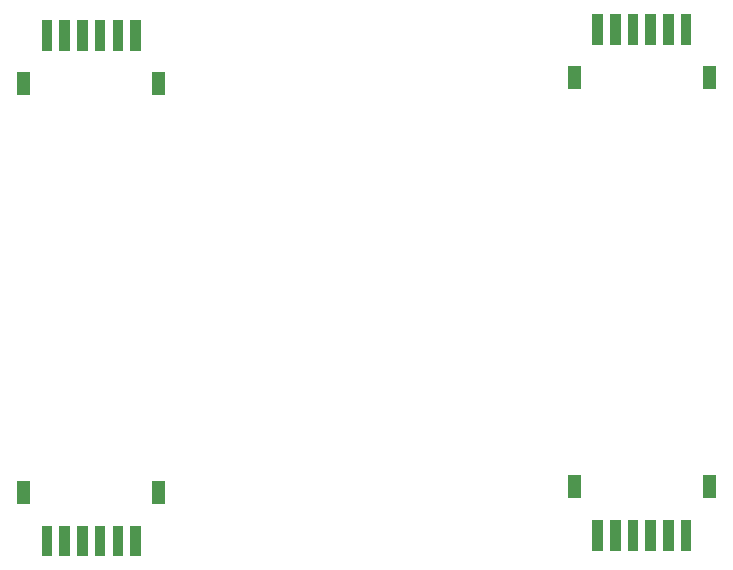
<source format=gbp>
G04 Layer: BottomPasteMaskLayer*
G04 EasyEDA Pro v1.6.32, 2023-12-29 17:47:12*
G04 Gerber Generator version 0.3*
G04 Scale: 100 percent, Rotated: No, Reflected: No*
G04 Dimensions in millimeters*
G04 Leading zeros omitted, absolute positions, 4 integers and 2 decimals*
%FSLAX42Y42*%
%MOMM*%
%ADD10C,0.254*%
G75*


G04 Pad Start*
G36*
G01X-1866Y2780D02*
G01X-1866Y3040D01*
G01X-1956D01*
G01Y2780D01*
G01X-1866D01*
G37*
G36*
G01X-2016Y2780D02*
G01X-2016Y3040D01*
G01X-2106D01*
G01Y2780D01*
G01X-2016D01*
G37*
G36*
G01X-2166Y2780D02*
G01X-2166Y3040D01*
G01X-2256D01*
G01Y2780D01*
G01X-2166D01*
G37*
G36*
G01X-2316Y2780D02*
G01X-2316Y3040D01*
G01X-2406D01*
G01Y2780D01*
G01X-2316D01*
G37*
G36*
G01X-1661Y2403D02*
G01X-1661Y2598D01*
G01X-1771D01*
G01Y2403D01*
G01X-1661D01*
G37*
G36*
G01X-2801Y2403D02*
G01X-2801Y2598D01*
G01X-2911D01*
G01Y2403D01*
G01X-2801D01*
G37*
G36*
G01X-2466Y2780D02*
G01X-2466Y3040D01*
G01X-2556D01*
G01Y2780D01*
G01X-2466D01*
G37*
G36*
G01X-2616Y2780D02*
G01X-2616Y3040D01*
G01X-2706D01*
G01Y2780D01*
G01X-2616D01*
G37*
G36*
G01X2795Y2831D02*
G01X2795Y3091D01*
G01X2705D01*
G01Y2831D01*
G01X2795D01*
G37*
G36*
G01X2645Y2831D02*
G01X2645Y3091D01*
G01X2555D01*
G01Y2831D01*
G01X2645D01*
G37*
G36*
G01X2495Y2831D02*
G01X2495Y3091D01*
G01X2405D01*
G01Y2831D01*
G01X2495D01*
G37*
G36*
G01X2345Y2831D02*
G01X2345Y3091D01*
G01X2255D01*
G01Y2831D01*
G01X2345D01*
G37*
G36*
G01X3000Y2453D02*
G01X3000Y2648D01*
G01X2890D01*
G01Y2453D01*
G01X3000D01*
G37*
G36*
G01X1860Y2453D02*
G01X1860Y2648D01*
G01X1750D01*
G01Y2453D01*
G01X1860D01*
G37*
G36*
G01X2195Y2831D02*
G01X2195Y3091D01*
G01X2105D01*
G01Y2831D01*
G01X2195D01*
G37*
G36*
G01X2045Y2831D02*
G01X2045Y3091D01*
G01X1955D01*
G01Y2831D01*
G01X2045D01*
G37*
G36*
G01X1955Y-1193D02*
G01X1955Y-1453D01*
G01X2045D01*
G01Y-1193D01*
G01X1955D01*
G37*
G36*
G01X2105Y-1193D02*
G01X2105Y-1453D01*
G01X2195D01*
G01Y-1193D01*
G01X2105D01*
G37*
G36*
G01X2255Y-1193D02*
G01X2255Y-1453D01*
G01X2345D01*
G01Y-1193D01*
G01X2255D01*
G37*
G36*
G01X2405Y-1193D02*
G01X2405Y-1453D01*
G01X2495D01*
G01Y-1193D01*
G01X2405D01*
G37*
G36*
G01X1750Y-815D02*
G01X1750Y-1010D01*
G01X1860D01*
G01Y-815D01*
G01X1750D01*
G37*
G36*
G01X2890Y-815D02*
G01X2890Y-1010D01*
G01X3000D01*
G01Y-815D01*
G01X2890D01*
G37*
G36*
G01X2555Y-1193D02*
G01X2555Y-1453D01*
G01X2645D01*
G01Y-1193D01*
G01X2555D01*
G37*
G36*
G01X2705Y-1193D02*
G01X2705Y-1453D01*
G01X2795D01*
G01Y-1193D01*
G01X2705D01*
G37*
G36*
G01X-2706Y-1243D02*
G01X-2706Y-1503D01*
G01X-2616D01*
G01Y-1243D01*
G01X-2706D01*
G37*
G36*
G01X-2556Y-1243D02*
G01X-2556Y-1503D01*
G01X-2466D01*
G01Y-1243D01*
G01X-2556D01*
G37*
G36*
G01X-2406Y-1243D02*
G01X-2406Y-1503D01*
G01X-2316D01*
G01Y-1243D01*
G01X-2406D01*
G37*
G36*
G01X-2256Y-1243D02*
G01X-2256Y-1503D01*
G01X-2166D01*
G01Y-1243D01*
G01X-2256D01*
G37*
G36*
G01X-2911Y-866D02*
G01X-2911Y-1061D01*
G01X-2801D01*
G01Y-866D01*
G01X-2911D01*
G37*
G36*
G01X-1771Y-866D02*
G01X-1771Y-1061D01*
G01X-1661D01*
G01Y-866D01*
G01X-1771D01*
G37*
G36*
G01X-2106Y-1243D02*
G01X-2106Y-1503D01*
G01X-2016D01*
G01Y-1243D01*
G01X-2106D01*
G37*
G36*
G01X-1956Y-1243D02*
G01X-1956Y-1503D01*
G01X-1866D01*
G01Y-1243D01*
G01X-1956D01*
G37*
G04 Pad End*
G54D10*

M02*

</source>
